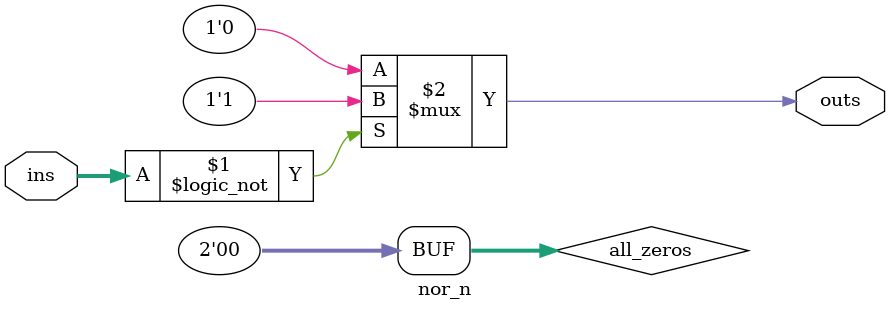
<source format=v>
`timescale 1ns/1ps
module and_n #(
	parameter SIZE = 2	// Default set to 2 inputs
)(
	input [SIZE - 1 : 0] ins,
	
	output outs
);
	// Generate a constant vector of ones
	wire [SIZE - 1 : 0] all_ones = {SIZE{1'b1}};

	assign outs = (ins == all_ones) ? 1'b1 : 1'b0;

endmodule

module nand_n #(
	parameter SIZE = 2
)(
	input [SIZE - 1 : 0] ins,

	output outs
);
	wire [SIZE - 1 : 0] all_ones = {SIZE{1'b1}};

	assign outs = (ins == all_ones) ? 1'b0 : 1'b1;

endmodule

module or_n #(
	parameter SIZE = 2
)(
	input [SIZE - 1 : 0] ins,

	output outs
);
	wire [SIZE - 1 : 0] all_zeros = {SIZE{1'b0}};

	assign outs = (ins == all_zeros) ? 1'b0 : 1'b1;

endmodule

module nor_n #(
	parameter SIZE = 2
)(
	input [SIZE - 1 : 0] ins,

	output outs
);
	wire [SIZE - 1 : 0] all_zeros = {SIZE{1'b0}};

	assign outs = (ins == all_zeros) ? 1'b1 : 1'b0;

endmodule

</source>
